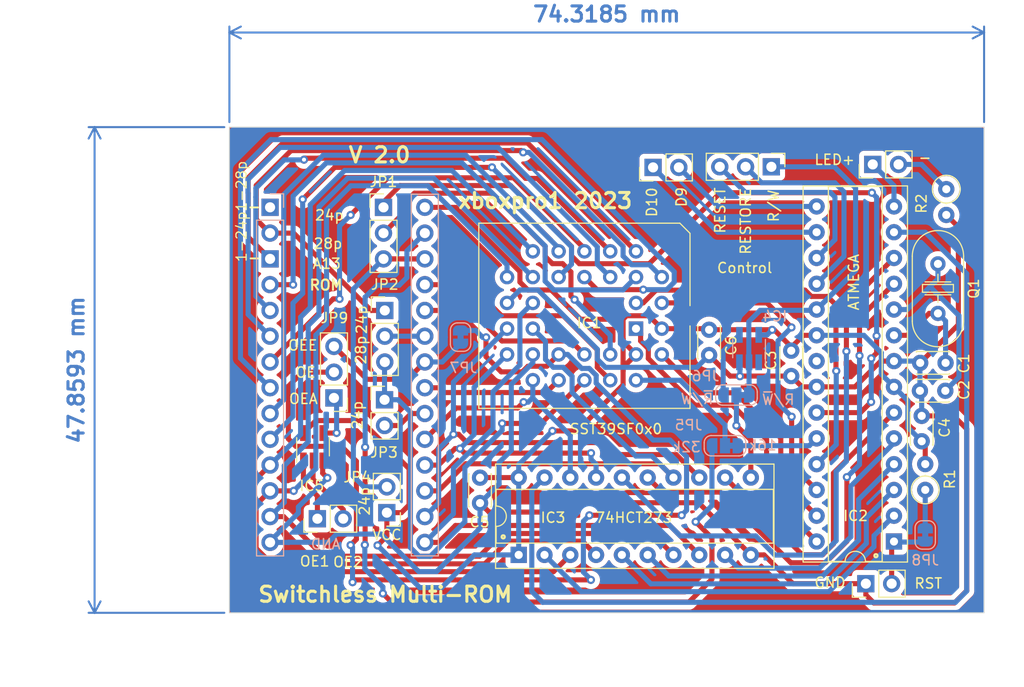
<source format=kicad_pcb>
(kicad_pcb (version 20221018) (generator pcbnew)
  (layers (0 "F.Cu" signal) (31 "B.Cu" signal) (34 "B.Paste" user) (35 "F.Paste" user) (36 "B.SilkS" user "B.Silkscreen") (37 "F.SilkS" user "F.Silkscreen") (38 "B.Mask" user) (39 "F.Mask" user) (44 "Edge.Cuts" user))
  (net 0 "")
  (net 1 "RESET")
  (net 2 "RESTORE")
  (net 3 "RW")
  (net 4 "A18")
  (net 5 "A16")
  (net 6 "A15")
  (net 7 "A12")
  (net 8 "/A7")
  (net 9 "GND")
  (net 10 "/D0")
  (net 11 "/D1")
  (net 12 "/D2")
  (net 13 "/D3")
  (net 14 "/D4")
  (net 15 "/D5")
  (net 16 "/D6")
  (net 17 "/D7")
  (net 18 "VCC")
  (net 19 "/A6")
  (net 20 "/A5")
  (net 21 "/A4")
  (net 22 "/A3")
  (net 23 "/A2")
  (net 24 "/A1")
  (net 25 "/A0")
  (net 26 "/A10")
  (net 27 "OE")
  (net 28 "A11")
  (net 29 "/A9")
  (net 30 "/A8")
  (net 31 "A13")
  (net 32 "A14")
  (net 33 "A17")
  (net 34 "RST")
  (net 35 "LED")
  (net 36 "A11_2364")
  (net 37 "A11_A12")
  (net 38 "A13_VCC")
  (net 39 "A14_27256")
  (net 40 "A13_Select")
  (net 41 "A14_Select")
  (net 42 "/Q0")
  (net 43 "/Q1")
  (net 44 "/Q2")
  (net 45 "/Q3")
  (net 46 "/Q4")
  (net 47 "/Q5")
  (net 48 "/Q6")
  (net 49 "/Q7")
  (net 50 "X1")
  (net 51 "X2")
  (net 52 "OEE")
  (net 53 "RWB")
  (net 54 "RWI")
  (net 55 "VPP")
  (net 56 "And1")
  (net 57 "And2")
  (net 58 "OEA")
  (net 59 "JRST")
  (footprint "Capacitor_THT:C_Disc_D3.0mm_W2.0mm_P2.50mm" (layer "F.Cu") (at 142.5956 113.4672 90)
    (fp_text reference "C5")
    (fp_text value "100" hide)
  )
  (footprint "Capacitor_THT:C_Disc_D3.0mm_W2.0mm_P2.50mm" (layer "F.Cu") (at 165.1531 98.8882 90)
    (fp_text reference "C6")
    (fp_text value "100" hide)
  )
  (footprint "Capacitor_THT:C_Disc_D3.0mm_W2.0mm_P2.50mm" (layer "F.Cu") (at 173.2381 98.4532 -90)
    (fp_text reference "C3")
    (fp_text value "100" hide)
  )
  (footprint "PCM_Crystal_AKL:Crystal_HC49-4H_Vertical" (layer "F.Cu") (at 187.6881 89.8982 -90)
    (fp_text reference "Q1")
    (fp_text value "20MHz" hide)
  )
  (footprint "Connector_PinHeader_2.54mm:PinHeader_1x02_P2.54mm_Vertical" (layer "F.Cu") (at 126.58 115.01 90)
    (fp_text reference "AND")
    (fp_text value "PinHeader_1x02_P2.54mm_Vertical" hide)
  )
  (footprint "Connector_PinHeader_2.54mm:PinHeader_1x03_P2.54mm_Vertical" (layer "F.Cu") (at 128.21 103.11 180)
    (fp_text reference "JP9")
    (fp_text value "PinHeader_1x03_P2.54mm_Vertical" hide)
  )
  (footprint "Package_LCC:PLCC-32_THT-Socket" (layer "F.Cu") (at 157.9531 96.2832 -90)
    (fp_text reference "IC1")
    (fp_text value "PLCC-32_THT-Socket" hide)
  )
  (footprint "Connector_PinHeader_2.54mm:PinHeader_1x02_P2.54mm_Vertical" (layer "F.Cu") (at 180.589 121.412 90)
    (fp_text reference "RSTC" hide)
    (fp_text value "PinHeader_1x02_P2.54mm_Vertical" hide)
  )
  (footprint "Connector_PinHeader_2.54mm:PinHeader_1x02_P2.54mm_Vertical" (layer "F.Cu") (at 133.42 114.415 180)
    (fp_text reference "JP4")
    (fp_text value "PinHeader_1x02_P2.54mm_Vertical" hide)
  )
  (footprint "Capacitor_THT:C_Disc_D3.0mm_W2.0mm_P2.50mm" (layer "F.Cu") (at 188.4381 99.6532 180)
    (fp_text reference "C1")
    (fp_text value "30p" hide)
  )
  (footprint "Connector_PinHeader_2.54mm:PinHeader_1x02_P2.54mm_Vertical" (layer "F.Cu") (at 133.1911 103.2892)
    (fp_text reference "JP3")
    (fp_text value "PinHeader_1x02_P2.54mm_Vertical" hide)
  )
  (footprint "PCM_Package_DIP_AKL:DIP-20_W7.62mm_Socket" (layer "F.Cu") (at 146.4031 118.5782 90)
    (fp_text reference "IC3")
    (fp_text value "DIP-20_W7.62mm_Socket" hide)
  )
  (footprint "C64:RomAdapter_28_P" (layer "F.Cu") (at 128.268 101.345)
    (fp_text reference "ROM")
    (fp_text value "RomAdapter_28_P" hide)
  )
  (footprint "Capacitor_THT:C_Disc_D3.0mm_W2.0mm_P2.50mm" (layer "F.Cu") (at 188.4131 102.4032 180)
    (fp_text reference "C2")
    (fp_text value "30p" hide)
  )
  (footprint "Capacitor_THT:C_Disc_D3.0mm_W2.0mm_P2.50mm" (layer "F.Cu") (at 186.0881 107.3782 90)
    (fp_text reference "C4")
    (fp_text value "100" hide)
  )
  (footprint "Resistor_THT:R_Axial_DIN0207_L6.3mm_D2.5mm_P2.54mm_Vertical" (layer "F.Cu") (at 186.436 112.17 90)
    (fp_text reference "R1")
    (fp_text value "100k" hide)
  )
  (footprint "Package_TO_SOT_SMD:SOT-23-5_HandSoldering" (layer "F.Cu") (at 126.15 107.92 90)
    (fp_text reference "IC5")
    (fp_text value "SOT-23-5_HandSoldering" hide)
  )
  (footprint "Connector_PinHeader_2.54mm:PinHeader_1x02_P2.54mm_Vertical" (layer "F.Cu") (at 159.634 80.391 90)
    (fp_text reference "PinD" hide)
    (fp_text value "PinHeader_1x02_P2.54mm_Vertical" hide)
  )
  (footprint "Connector_PinHeader_2.54mm:PinHeader_1x03_P2.54mm_Vertical" (layer "F.Cu") (at 133.0891 84.3282)
    (fp_text reference "JP1")
    (fp_text value "PinHeader_1x03_P2.54mm_Vertical" hide)
  )
  (footprint "Connector_PinHeader_2.54mm:PinHeader_1x03_P2.54mm_Vertical" (layer "F.Cu") (at 171.2831 80.3332 -90)
    (fp_text reference "Control")
    (fp_text value "PinHeader_1x03_P2.54mm_Vertical" hide)
  )
  (footprint "Connector_PinHeader_2.54mm:PinHeader_1x03_P2.54mm_Vertical" (layer "F.Cu") (at 133.2161 94.4882)
    (fp_text reference "JP2")
    (fp_text value "PinHeader_1x03_P2.54mm_Vertical" hide)
  )
  (footprint "PCM_Package_DIP_AKL:DIP-28_W7.62mm_Socket" (layer "F.Cu") (at 183.3581 117.2582 180)
    (fp_text reference "IC2")
    (fp_text value "DIP-28_W7.62mm_Socket" hide)
  )
  (footprint "Resistor_THT:R_Axial_DIN0207_L6.3mm_D2.5mm_P2.54mm_Vertical" (layer "F.Cu") (at 188.5091 82.5352 -90)
    (fp_text reference "R2")
    (fp_text value "100k" hide)
  )
  (footprint "Connector_PinHeader_2.54mm:PinHeader_1x02_P2.54mm_Vertical" (layer "F.Cu") (at 181.2681 80.0962 90)
    (fp_text reference "LED+")
    (fp_text value "PinHeader_1x02_P2.54mm_Vertical" hide)
  )
  (footprint "Jumper:SolderJumper-3_P1.3mm_Bridged12_RoundedPad1.0x1.5mm_NumberLabels" (layer "B.Cu") (at 167.8431 102.8232 180)
    (fp_text reference "JP6")
    (fp_text value "SolderJumper-3_P1.3mm_Bridged12_RoundedPad1.0x1.5mm_NumberLabels" hide)
  )
  (footprint "Package_TO_SOT_SMD:SOT-23-5_HandSoldering" (layer "B.Cu") (at 169.0881 98.2482 90)
    (fp_text reference "IC4")
    (fp_text value "SOT-23-5_HandSoldering" hide)
  )
  (footprint "Jumper:SolderJumper-3_P1.3mm_Bridged12_RoundedPad1.0x1.5mm_NumberLabels" (layer "B.Cu") (at 166.72 107.82 180)
    (fp_text reference "JP5")
    (fp_text value "SolderJumper-3_P1.3mm_Bridged12_RoundedPad1.0x1.5mm_NumberLabels" hide)
  )
  (footprint "Jumper:SolderJumper-2_P1.3mm_Bridged_RoundedPad1.0x1.5mm" (layer "B.Cu") (at 186.435 116.61 -90)
    (fp_text reference "JP8")
    (fp_text value "RST" hide)
  )
  (footprint "Jumper:SolderJumper-2_P1.3mm_Bridged_RoundedPad1.0x1.5mm" (layer "B.Cu") (at 140.678 97.112 90)
    (fp_text reference "JP7")
    (fp_text value "RST" hide)
  )
  (gr_rect (start 117.9131 76.4232) (end 192.2316 124.28245) (stroke (width 0.1)) (fill none) (layer "Edge.Cuts"))
  (gr_text "_" (at 170.93 101.97) (layer "B.SilkS") (effects (font (size 1 1)) (justify mirror)))
  (gr_text "R/W" (at 163.96 103.21) (layer "B.SilkS") (effects (font (size 1 1)) (justify mirror)))
  (gr_text "16k" (at 170.44 107.77) (layer "B.SilkS") (effects (font (size 1 1)) (justify mirror)))
  (gr_text "_" (at 165.06 101.86) (layer "B.SilkS") (effects (font (size 1 1)) (justify mirror)))
  (gr_text "R/W" (at 171.96 103.28) (layer "B.SilkS") (effects (font (size 1 1)) (justify mirror)))
  (gr_text "32k" (at 162.944 107.953) (layer "B.SilkS") (effects (font (size 1 1)) (justify mirror)))
  (gr_text "-" (at 119.6381 89.8732) (layer "F.SilkS") (effects (font (size 1 1) (thickness 0.1875)) (justify left bottom)))
  (gr_text "D9" (at 162.433 83.312 90) (layer "F.SilkS") (effects (font (size 1 1))))
  (gr_text "OEA" (at 125.2 103.2) (layer "F.SilkS") (effects (font (size 1 1))))
  (gr_text "1-28p" (at 119.6881 84.8232 90) (layer "F.SilkS") (effects (font (size 1 1) (thickness 0.125)) (justify left bottom)))
  (gr_text "RESTORE" (at 168.7581 85.6832 90) (layer "F.SilkS") (effects (font (size 1 1))))
  (gr_text "R/W" (at 171.5081 84.1832 90) (layer "F.SilkS") (effects (font (size 1 1))))
  (gr_text "V 2.0" (at 129.5051 80.0492) (layer "F.SilkS") (effects (font (size 1.5 1.5) (thickness 0.3) bold) (justify left bottom)))
  (gr_text "Switchless Multi-ROM" (at 120.6 123.35) (layer "F.SilkS") (effects (font (size 1.5 1.5) (thickness 0.3) bold) (justify left bottom)))
  (gr_text "VCC" (at 133.43 116.6) (layer "F.SilkS") (effects (font (size 1 1))))
  (gr_text "-" (at 186.4071 79.4182) (layer "F.SilkS") (effects (font (size 1 1))))
  (gr_text "24p" (at 130.94 95.4 90) (layer "F.SilkS") (effects (font (size 1 1))))
  (gr_text "24p" (at 127.76 85.11) (layer "F.SilkS") (effects (font (size 1 1))))
  (gr_text "A13" (at 127.5 89.88) (layer "F.SilkS") (effects (font (size 1 1))))
  (gr_text "-" (at 119.6131 84.8482) (layer "F.SilkS") (effects (font (size 1 1) (thickness 0.1875)) (justify left bottom)))
  (gr_text "OEE" (at 125.14 97.93) (layer "F.SilkS") (effects (font (size 1 1))))
  (gr_text "1-24p" (at 119.6881 89.7982 90) (layer "F.SilkS") (effects (font (size 1 1) (thickness 0.125)) (justify left bottom)))
  (gr_text "xboxpro1 2023" (at 140.28 84.56) (layer "F.SilkS") (effects (font (size 1.5 1.5) (thickness 0.3) bold) (justify left bottom)))
  (gr_text "D10" (at 159.512 83.82 90) (layer "F.SilkS") (effects (font (size 1 1))))
  (dimension (type aligned) (layer "B.Cu") (pts (xy 117.9131 76.4232) (xy 192.2316 76.4232)) (height -9.325) (gr_text "74,3185 mm" (at 155.07235 65.2982) (layer "B.Cu") (effects (font (size 1.5 1.5) (thickness 0.3)))) (format (prefix "") (suffix "") (units 3) (units_format 1) (precision 4)) (style (thickness 0.2) (arrow_length 1.27) (text_position_mode 0) (extension_height 0.58642) (extension_offset 0.5) keep_text_aligned))
  (dimension (type aligned) (layer "B.Cu") (pts (xy 117.9131 76.4232) (xy 117.9131 124.28245)) (height 13.275) (gr_text "47,8593 mm" (at 102.8381 100.352825 90) (layer "B.Cu") (effects (font (size 1.5 1.5) (thickness 0.3)))) (format (prefix "") (suffix "") (units 3) (units_format 1) (precision 4)) (style (thickness 0.2) (arrow_length 1.27) (text_position_mode 0) (extension_height 0.58642) (extension_offset 0.5) keep_text_aligned))
  (segment (start 166.0212 86.7782) (end 159.634 80.391) (width 0.5) (layer "B.Cu") (net 0))
  (segment (start 166.0212 84.2382) (end 162.174 80.391) (width 0.5) (layer "B.Cu") (net 0))
  (segment (start 175.7381 86.7782) (end 166.0212 86.7782) (width 0.5) (layer "B.Cu") (net 0))
  (segment (start 175.7381 84.2382) (end 166.0212 84.2382) (width 0.5) (layer "B.Cu") (net 0))
  (segment (start 183.8081 80.0962) (end 186.0701 80.0962) (width 0.5) (layer "B.Cu") (net 0))
  (segment (start 186.0701 80.0962) (end 188.5091 82.5352) (width 0.5) (layer "B.Cu") (net 0))
  (segment (start 177.546 83.312) (end 177.0899 82.8559) (width 0.5) (layer "B.Cu") (net 1))
  (segment (start 168.7258 82.8559) (end 166.2031 80.3332) (width 0.5) (layer "B.Cu") (net 1))
  (segment (start 177.546 87.5103) (end 177.546 83.312) (width 0.5) (layer "B.Cu") (net 1))
  (segment (start 175.7381 89.3182) (end 177.546 87.5103) (width 0.5) (layer "B.Cu") (net 1))
  (segment (start 177.0899 82.8559) (end 168.7258 82.8559) (width 0.5) (layer "B.Cu") (net 1))
  (segment (start 170.31595 81.90605) (end 177.53705 81.90605) (width 0.5) (layer "B.Cu") (net 2))
  (segment (start 168.7431 80.3332) (end 170.31595 81.90605) (width 0.5) (layer "B.Cu") (net 2))
  (segment (start 178.435 89.1613) (end 175.7381 91.8582) (width 0.5) (layer "B.Cu") (net 2))
  (segment (start 177.53705 81.90605) (end 178.435 82.804) (width 0.5) (layer "B.Cu") (net 2))
  (segment (start 178.435 82.804) (end 178.435 89.1613) (width 0.5) (layer "B.Cu") (net 2))
  (segment (start 179.578 90.5583) (end 179.578 82.423) (width 0.5) (layer "B.Cu") (net 3))
  (segment (start 175.6631 94.4732) (end 170.1831 94.4732) (width 0.5) (layer "B.Cu") (net 3))
  (segment (start 169.0881 99.5982) (end 169.0881 102.7682) (width 0.5) (layer "B.Cu") (net 3))
  (segment (start 179.578 82.423) (end 177.4882 80.3332) (width 0.5) (layer "B.Cu") (net 3))
  (segment (start 175.7381 94.3982) (end 179.578 90.5583) (width 0.5) (layer "B.Cu") (net 3))
  (segment (start 177.4882 80.3332) (end 171.2831 80.3332) (width 0.5) (layer "B.Cu") (net 3))
  (segment (start 169.0881 102.7682) (end 169.1431 102.8232) (width 0.5) (layer "B.Cu") (net 3))
  (segment (start 169.0631 99.5982) (end 169.0881 99.5982) (width 0.5) (layer "B.Cu") (net 3))
  (segment (start 170.1831 94.4732) (end 169.0631 95.5932) (width 0.5) (layer "B.Cu") (net 3))
  (segment (start 169.0631 95.5932) (end 169.0631 99.5982) (width 0.5) (layer "B.Cu") (net 3))
  (segment (start 178.5593 91.577) (end 175.6631 94.4732) (width 0.5) (layer "B.Cu") (net 3))
  (segment (start 158.4081 97.4963) (end 159.1662 98.2544) (width 0.5) (layer "F.Cu") (net 4))
  (segment (start 159.1662 99.223) (end 163.75975 103.81655) (width 0.5) (layer "F.Cu") (net 4))
  (segment (start 159.1662 98.2544) (end 159.1662 99.223) (width 0.5) (layer "F.Cu") (net 4))
  (segment (start 163.75975 103.81655) (end 167.44355 103.81655) (width 0.5) (layer "F.Cu") (net 4))
  (segment (start 167.44355 103.81655) (end 170.815 107.188) (width 0.5) (layer "F.Cu") (net 4))
  (segment (start 170.815 112.3351) (end 175.7381 117.2582) (width 0.5) (layer "F.Cu") (net 4))
  (segment (start 158.4081 96.7382) (end 158.4081 97.4963) (width 0.5) (layer "F.Cu") (net 4))
  (segment (start 157.9531 96.2832) (end 158.4081 96.7382) (width 0.5) (layer "F.Cu") (net 4))
  (segment (start 170.815 107.188) (end 170.815 112.3351) (width 0.5) (layer "F.Cu") (net 4))
  (segment (start 173.28 104.96) (end 173.28 109.7201) (width 0.5) (layer "F.Cu") (net 5))
  (segment (start 170.846 93.7432) (end 173.2622 96.1594) (width 0.5) (layer "F.Cu") (net 5))
  (segment (start 173.28 109.7201) (end 175.7381 112.1782) (width 0.5) (layer "F.Cu") (net 5))
  (segment (start 160.4931 93.7432) (end 170.846 93.7432) (width 0.5) (layer "F.Cu") (net 5))
  (via (at 173.2622 96.1594) (size 0.8) (drill 0.4) (layers "F.Cu" "B.Cu") (net 5))
  (via (at 173.28 104.96) (size 0.8) (drill 0.4) (layers "F.Cu" "B.Cu") (net 5))
  (segment (start 171.9362 103.6162) (end 173.28 104.96) (width 0.5) (layer "B.Cu") (net 5))
  (segment (start 171.9362 103.6102) (end 171.9362 103.6162) (width 0.5) (layer "B.Cu") (net 5))
  (segment (start 173.2622 96.1594) (end 171.9362 97.4854) (width 0.5) (layer "B.Cu") (net 5))
  (segment (start 171.9362 97.4854) (end 171.9362 103.6102) (width 0.5) (layer "B.Cu") (net 5))
  (segment (start 177.546 93.853) (end 177.6452 93.9522) (width 0.5) (layer "F.Cu") (net 6))
  (segment (start 174.601033 92.4889) (end 175.220333 93.1082) (width 0.5) (layer "F.Cu") (net 6))
  (segment (start 157.9531 93.7432) (end 158.6663 93.7432) (width 0.5) (layer "F.Cu") (net 6))
  (segment (start 158.6663 93.7432) (end 159.9206 92.4889) (width 0.5) (layer "F.Cu") (net 6))
  (segment (start 177.6452 93.9522) (end 177.6452 100.4292) (width 0.5) (layer "F.Cu") (net 6))
  (segment (start 168.7255 92.4889) (end 174.601033 92.4889) (width 0.5) (layer "F.Cu") (net 6))
  (segment (start 177.6452 100.4292) (end 177.673 100.457) (width 0.5) (layer "F.Cu") (net 6))
  (segment (start 176.8012 93.1082) (end 177.546 93.853) (width 0.5) (layer "F.Cu") (net 6))
  (segment (start 159.9206 92.4889) (end 168.7255 92.4889) (width 0.5) (layer "F.Cu") (net 6))
  (segment (start 175.220333 93.1082) (end 176.8012 93.1082) (width 0.5) (layer "F.Cu") (net 6))
  (via (at 177.673 100.457) (size 0.8) (drill 0.4) (layers "F.Cu" "B.Cu") (net 6))
  (segment (start 177.673 100.457) (end 177.673 107.7033) (width 0.5) (layer "B.Cu") (net 6))
  (segment (start 177.673 107.7033) (end 175.7381 109.6382) (width 0.5) (layer "B.Cu") (net 6))
  (segment (start 124.2442 86.8682) (end 131.8642 94.4882) (width 0.5) (layer "F.Cu") (net 7))
  (segment (start 146.8413 78.9085) (end 146.6658 78.733) (width 0.5) (layer "F.Cu") (net 7))
  (segment (start 123.9882 78.733) (end 120.5612 82.16) (width 0.5) (layer "F.Cu") (net 7))
  (segment (start 120.5612 82.16) (end 120.5612 85.5163) (width 0.5) (layer "F.Cu") (net 7))
  (segment (start 120.5612 85.5163) (end 121.9131 86.8682) (width 0.5) (layer "F.Cu") (net 7))
  (segment (start 121.9131 86.8682) (end 124.2442 86.8682) (width 0.5) (layer "F.Cu") (net 7))
  (segment (start 131.8642 94.4882) (end 133.2161 94.4882) (width 0.5) (layer "F.Cu") (net 7))
  (segment (start 146.6658 78.733) (end 123.9882 78.733) (width 0.5) (layer "F.Cu") (net 7))
  (via (at 146.8413 78.9085) (size 0.8) (drill 0.4) (layers "F.Cu" "B.Cu") (net 7))
  (segment (start 156.6831 88.1717) (end 156.6831 89.1237) (width 0.5) (layer "B.Cu") (net 7))
  (segment (start 159.28 89.9901) (end 160.4931 91.2032) (width 0.5) (layer "B.Cu") (net 7))
  (segment (start 146.8413 78.9085) (end 147.4199 78.9085) (width 0.5) (layer "B.Cu") (net 7))
  (segment (start 147.4199 78.9085) (end 156.6831 88.1717) (width 0.5) (layer "B.Cu") (net 7))
  (segment (start 156.6831 89.1237) (end 157.5495 89.9901) (width 0.5) (layer "B.Cu") (net 7))
  (segment (start 157.5495 89.9901) (end 159.28 89.9901) (width 0.5) (layer "B.Cu") (net 7))
  (segment (start 119.7649 87.26) (end 121.9131 89.4082) (width 0.5) (layer "F.Cu") (net 8))
  (segment (start 123.1938 77.9811) (end 119.7649 81.41) (width 0.5) (layer "F.Cu") (net 8))
  (segment (start 147.271 77.9811) (end 123.1938 77.9811) (width 0.5) (layer "F.Cu") (net 8))
  (segment (start 119.7649 81.41) (end 119.7649 87.26) (width 0.5) (layer "F.Cu") (net 8))
  (segment (start 157.9531 88.6632) (end 147.271 77.9811) (width 0.5) (layer "F.Cu") (net 8))
  (segment (start 148.7582 114.356) (end 149.676 113.4382) (width 0.5) (layer "F.Cu") (net 9))
  (segment (start 190.5254 106.172) (end 189.2316 104.8782) (width 0.5) (layer "F.Cu") (net 9))
  (segment (start 174.3031 102.0182) (end 173.2381 100.9532) (width 0.5) (layer "F.Cu") (net 9))
  (segment (start 164.0081 113.4382) (end 164.0131 113.4332) (width 0.5) (layer "F.Cu") (net 9))
  (segment (start 185.9381 99.6532) (end 189.6981 95.8932) (width 0.5) (layer "F.Cu") (net 9))
  (segment (start 175.7381 102.0182) (end 174.3031 102.0182) (width 0.5) (layer "F.Cu") (net 9))
  (segment (start 173.2381 100.9532) (end 168.2081 100.9532) (width 0.5) (layer "F.Cu") (net 9))
  (segment (start 190.5254 122.0978) (end 190.5254 106.172) (width 0.5) (layer "F.Cu") (net 9))
  (segment (start 183.3581 99.4782) (end 182.0562 99.4782) (width 0.5) (layer "F.Cu") (net 9))
  (segment (start 164.0181 113.4382) (end 164.0821 113.4382) (width 0.5) (layer "F.Cu") (net 9))
  (segment (start 170.565 118.5782) (end 172.5249 120.5381) (width 0.5) (layer "F.Cu") (net 9))
  (segment (start 164.1081 113.4382) (end 164.1231 113.4382) (width 0.5) (layer "F.Cu") (net 9))
  (segment (start 164.1231 113.4382) (end 169.2631 118.5782) (width 0.5) (layer "F.Cu") (net 9))
  (segment (start 180.589 122.5246) (end 181.3814 123.317) (width 0.5) (layer "F.Cu") (net 9))
  (segment (start 143.4844 114.356) (end 142.5956 113.4672) (width 0.5) (layer "F.Cu") (net 9))
  (segment (start 181.3814 123.317) (end 189.3062 123.317) (width 0.5) (layer "F.Cu") (net 9))
  (segment (start 172.5249 120.5381) (end 172.5319 120.5381) (width 0.5) (layer "F.Cu") (net 9))
  (segment (start 164.0131 113.4332) (end 164.0181 113.4382) (width 0.5) (layer "F.Cu") (net 9))
  (segment (start 189.2316 104.8782) (end 186.0881 104.8782) (width 0.5) (layer "F.Cu") (net 9))
  (segment (start 144.0709 114.356) (end 143.4844 114.356) (width 0.5) (layer "F.Cu") (net 9))
  (segment (start 127.1 109.27) (end 127.1 110.53) (width 0.5) (layer "F.Cu") (net 9))
  (segment (start 168.1681 100.9532) (end 167.2181 100.9532) (width 0.5) (layer "F.Cu") (net 9))
  (segment (start 180.589 121.412) (end 173.4058 121.412) (width 0.5) (layer "F.Cu") (net 9))
  (segment (start 144.0709 114.356) (end 148.7582 114.356) (width 0.5) (layer "F.Cu") (net 9))
  (segment (start 173.4058 121.412) (end 173.0502 121.0564) (width 0.5) (layer "F.Cu") (net 9))
  (segment (start 175.7381 102.0182) (end 177.04 102.0182) (width 0.5) (layer "F.Cu") (net 9))
  (segment (start 164.0821 113.4382) (end 164.0951 113.4252) (width 0.5) (layer "F.Cu") (net 9))
  (segment (start 168.2081 100.9532) (end 168.1881 100.9732) (width 0.5) (layer "F.Cu") (net 9))
  (segment (start 189.6981 95.8932) (end 189.6981 86.2642) (width 0.5) (layer "F.Cu") (net 9))
  (segment (start 180.589 121.412) (end 180.589 122.5246) (width 0.5) (layer "F.Cu") (net 9))
  (segment (start 182.0562 99.4782) (end 179.5162 102.0182) (width 0.5) (layer "F.Cu") (net 9))
  (segment (start 179.5162 102.0182) (end 177.04 102.0182) (width 0.5) (layer "F.Cu") (net 9))
  (segment (start 149.676 113.4382) (end 164.0081 113.4382) (width 0.5) (layer "F.Cu") (net 9))
  (segment (start 169.2631 118.5782) (end 170.565 118.5782) (width 0.5) (layer "F.Cu") (net 9))
  (segment (start 127.1 110.53) (end 127.56 110.99) (width 0.5) (layer "F.Cu") (net 9))
  (segment (start 172.5319 120.5381) (end 173.0502 121.0564) (width 0.5) (layer "F.Cu") (net 9))
  (segment (start 189.6981 86.2642) (end 188.5091 85.0752) (width 0.5) (layer "F.Cu") (net 9))
  (segment (start 167.2181 100.9532) (end 165.1531 98.8882) (width 0.5) (layer "F.Cu") (net 9))
  (segment (start 164.0951 113.4252) (end 164.1081 113.4382) (width 0.5) (layer "F.Cu") (net 9))
  (segment (start 189.3062 123.317) (end 190.5254 122.0978) (width 0.5) (layer "F.Cu") (net 9))
  (segment (start 168.1881 100.9732) (end 168.1681 100.9532) (width 0.5) (layer "F.Cu") (net 9))
  (via (at 127.56 110.99) (size 0.8) (drill 0.4) (layers "F.Cu" "B.Cu") (net 9))
  (via (at 168.1881 100.9732) (size 0.8) (drill 0.4) (layers "F.Cu" "B.Cu") (net 9))
  (segment (start 146.5231 92.4732) (end 148.3069 92.4732) (width 0.5) (layer "B.Cu") (net 9))
  (segment (start 185.9131 99.6532) (end 185.9381 99.6532) (width 0.5) (layer "B.Cu") (net 9))
  (segment (start 121.9131 117.3482) (end 123.7581 117.3482) (width 0.5) (layer "B.Cu") (net 9))
  (segment (start 163.9481 100.0932) (end 165.1531 98.8882) (width 0.5) (layer "B.Cu") (net 9))
  (segment (start 145.6733 101.7675) (end 147.7931 99.6477) (width 0.5) (layer "B.Cu") (net 9))
  (segment (start 127.6631 117.3332) (end 128.47345 116.52285) (width 0.5) (layer "B.Cu") (net 9))
  (segment (start 145.2531 93.7432) (end 146.5231 92.4732) (width 0.5) (layer "B.Cu") (net 9))
  (segment (start 154.1431 99.2969) (end 154.9394 100.0932) (width 0.5) (layer "B.Cu") (net 9))
  (segment (start 132.86035 116.52285) (end 136.56 120.2225) (width 0.5) (layer "B.Cu") (net 9))
  (segment (start 148.3069 92.4732) (end 154.1431 98.3094) (width 0.5) (layer "B.Cu") (net 9))
  (segment (start 154.9394 100.0932) (end 163.9481 100.0932) (width 0.5) (layer "B.Cu") (net 9))
  (segment (start 142.5956 115.9443) (end 142.5956 113.4672) (width 0.5) (layer "B.Cu") (net 9))
  (segment (start 144.4752 109.474) (end 145.6733 108.2759) (width 0.5) (layer "B.Cu") (net 9))
  (segment (start 121.918 117.232) (end 124.71 114.44) (width 0.5) (layer "B.Cu") (net 9))
  (segment (start 186.0881 104.8782) (end 186.0881 102.5782) (width 0.5) (layer "B.Cu") (net 9))
  (segment (start 127.56 110.99) (end 124.71 113.84) (width 0.5) (layer "B.Cu") (net 9))
  (segment (start 168.1881 100.9732) (end 168.1881 99.6482) (width 0.5) (layer "B.Cu") (net 9))
  (segment (start 123.7731 117.3332) (end 127.6631 117.3332) (width 0.5) (layer "B.Cu") (net 9))
  (segment (start 138.3174 120.2225) (end 142.5956 115.9443) (width 0.5) (layer "B.Cu") (net 9))
  (segment (start 145.6733 108.2759) (end 145.6733 101.7675) (width 0.5) (layer "B.Cu") (net 9))
  (segment (start 144.4552 111.6076) (end 144.4752 111.6076) (width 0.5) (layer "B.Cu") (net 9))
  (segment (start 136.56 120.2225) (end 138.3174 120.2225) (width 0.5) (layer "B.Cu") (net 9))
  (segment (start 147.7931 99.6477) (end 147.7931 98.8232) (width 0.5) (layer "B.Cu") (net 9))
  (segment (start 144.4752 111.6076) (end 144.4752 109.474) (width 0.5) (layer "B.Cu") (net 9))
  (segment (start 168.1881 99.6482) (end 168.1381 99.5982) (width 0.5) (layer "B.Cu") (net 9))
  (segment (start 185.7381 99.4782) (end 185.9131 99.6532) (width 0.5) (layer "B.Cu") (net 9))
  (segment (start 154.1431 98.3094) (end 154.1431 99.2969) (width 0.5) (layer "B.Cu") (net 9))
  (segment (start 186.0881 102.5782) (end 185.9131 102.4032) (width 0.5) (layer "B.Cu") (net 9))
  (segment (start 121.918 117.345) (end 121.918 117.232) (width 0.5) (layer "B.Cu") (net 9))
  (segment (start 185.9131 99.6532) (end 185.9131 102.4032) (width 0.5) (layer "B.Cu") (net 9))
  (segment (start 183.3581 99.4782) (end 185.7381 99.4782) (width 0.5) (layer "B.Cu") (net 9))
  (segment (start 123.7581 117.3482) (end 123.7731 117.3332) (width 0.5) (layer "B.Cu") (net 9))
  (segment (start 142.5956 113.4672) (end 144.4552 111.6076) (width 0.5) (layer "B.Cu") (net 9))
  (segment (start 124.71 114.44) (end 124.71 113.84) (width 0.5) (layer "B.Cu") (net 9))
  (segment (start 128.47345 116.52285) (end 132.86035 116.52285) (width 0.5) (layer "B.Cu") (net 9))
  (segment (start 149.8289 120.2324) (end 151.4831 118.5782) (width 0.5) (layer "F.Cu") (net 10))
  (segment (start 119.7829 118.2833) (end 121.732 120.2324) (width 0.5) (layer "F.Cu") (net 10))
  (segment (start 121.9131 109.7282) (end 119.7829 111.8584) (width 0.5) (layer "F.Cu") (net 10))
  (segment (start 119.7829 111.8584) (end 119.7829 118.2833) (width 0.5) (layer "F.Cu") (net 10))
  (segment (start 121.732 120.2324) (end 149.8289 120.2324) (width 0.5) (layer "F.Cu") (net 10))
  (segment (start 121.9131 109.7282) (end 124.9243 106.717) (width 0.5) (layer "B.Cu") (net 10))
  (segment (start 125.8796 94.1864) (end 125.8796 84.0723) (width 0.5) (layer "B.Cu") (net 10))
  (segment (start 125.8796 84.0723) (end 129.2564 80.6955) (width 0.5) (layer "B.Cu") (net 10))
  (segment (start 129.2564 80.6955) (end 139.8254 80.6955) (width 0.5) (layer "B.Cu") (net 10))
  (segment (start 124.9243 106.717) (end 124.9243 95.1417) (width 0.5) (layer "B.Cu") (net 10))
  (segment (start 124.9243 95.1417) (end 125.8796 94.1864) (width 0.5) (layer "B.Cu") (net 10))
  (segment (start 139.8254 80.6955) (end 147.7931 88.6632) (width 0.5) (layer "B.Cu") (net 10))
  (segment (start 123.265 112.2682) (end 124.245 112.2682) (width 0.5) (layer "F.Cu") (net 11))
  (segment (start 120.5409 113.6404) (end 121.9131 112.2682) (width 0.5) (layer "F.Cu") (net 11))
  (segment (start 154.0231 118.5782) (end 152.6655 117.2206) (width 0.5) (layer "F.Cu") (net 11))
  (segment (start 145.3085 117.2206) (end 143.0687 119.4604) (width 0.5) (layer "F.Cu") (net 11))
  (segment (start 122.0793 119.4604) (end 120.5409 117.922) (width 0.5) (layer "F.Cu") (net 11))
  (segment (start 143.0687 119.4604) (end 122.0793 119.4604) (width 0.5) (layer "F.Cu") (net 11))
  (segment (start 121.9131 112.2682) (end 123.265 112.2682) (width 0.5) (layer "F.Cu") (net 11))
  (segment (start 152.6655 117.2206) (end 145.3085 117.2206) (width 0.5) (layer "F.Cu") (net 11))
  (segment (start 120.5409 117.922) (end 120.5409 113.6404) (width 0.5) (layer "F.Cu") (net 11))
  (via (at 124.245 112.2682) (size 0.8) (drill 0.4) (layers "F.Cu" "B.Cu") (net 11))
  (segment (start 127.4819 95.86) (end 127.4819 84.5968) (width 0.5) (layer "B.Cu") (net 11))
  (segment (start 124.245 112.2682) (end 126.4281 110.0851) (width 0.5) (layer "B.Cu") (net 11))
  (segment (start 129.8764 82.2023) (end 137.4581 82.2023) (width 0.5) (layer "B.Cu") (net 11))
  (segment (start 126.4281 96.9138) (end 127.4819 95.86) (width 0.5) (layer "B.Cu") (net 11))
  (segment (start 126.4281 110.0851) (end 126.4281 96.9138) (width 0.5) (layer "B.Cu") (net 11))
  (segment (start 145.2531 89.9973) (end 145.2531 91.2032) (width 0.5) (layer "B.Cu") (net 11))
  (segment (start 127.4819 84.5968) (end 129.8764 82.2023) (width 0.5) (layer "B.Cu") (net 11))
  (segment (start 137.4581 82.2023) (end 145.2531 89.9973) (width 0.5) (layer "B.Cu") (net 11))
  (segment (start 161.6431 118.5782) (end 159.5336 116.4687) (width 0.5) (layer "F.Cu") (net 12))
  (segment (start 144.7849 116.4687) (end 142.5466 118.707) (width 0.5) (layer "F.Cu") (net 12))
  (segment (start 121.9131 114.8082) (end 123.265 114.8082) (width 0.5) (layer "F.Cu") (net 12))
  (segment (start 127.1638 118.707) (end 123.265 114.8082) (width 0.5) (layer "F.Cu") (net 12))
  (segment (start 159.5336 116.4687) (end 144.7849 116.4687) (width 0.5) (layer "F.Cu") (net 12))
  (segment (start 142.5466 118.707) (end 127.1638 118.707) (width 0.5) (layer "F.Cu") (net 12))
  (segment (start 125.6762 107.4269) (end 125.6762 95.9737) (width 0.5) (layer "B.Cu") (net 12))
  (segment (start 123.3208 113.4005) (end 123.3208 109.7823) (width 0.5) (layer "B.Cu") (net 12))
  (segment (start 126.7299 94.92) (end 126.7299 84.2854) (width 0.5) (layer "B.Cu") (net 12))
  (segment (start 138.0403 81.4504) (end 147.7931 91.2032) (width 0.5) (layer "B.Cu") (net 12))
  (segment (start 123.3208 109.7823) (end 125.6762 107.4269) (width 0.5) (layer "B.Cu") (net 12))
  (segment (start 125.6762 95.9737) (end 126.7299 94.92) (width 0.5) (layer "B.Cu") (net 12))
  (segment (start 129.5649 81.4504) (end 138.0403 81.4504) (width 0.5) (layer "B.Cu") (net 12))
  (segment (start 126.7299 84.2854) (end 129.5649 81.4504) (width 0.5) (layer "B.Cu") (net 12))
  (segment (start 121.9131 114.8082) (end 123.3208 113.4005) (width 0.5) (layer "B.Cu") (net 12))
  (segment (start 138.505 117.3482) (end 140.1751 115.6781) (width 0.5) (layer "F.Cu") (net 13))
  (segment (start 138.505 117.3482) (end 137.1531 117.3482) (width 0.5) (layer "F.Cu") (net 13))
  (segment (start 161.283 115.6781) (end 164.1831 118.5782) (width 0.5) (layer "F.Cu") (net 13))
  (segment (start 140.1751 115.6781) (end 161.283 115.6781) (width 0.5) (layer "F.Cu") (net 13))
  (segment (start 139.9723 110.0279) (end 139.9723 114.529) (width 0.5) (layer "B.Cu") (net 13))
  (segment (start 139.9723 114.529) (end 137.1531 117.3482) (width 0.5) (layer "B.Cu") (net 13))
  (segment (start 147.7931 93.7432) (end 146.5231 95.0132) (width 0.5) (layer "B.Cu") (net 13))
  (segment (start 146.5231 95.0132) (end 146.5231 99.8542) (width 0.5) (layer "B.Cu") (net 13))
  (segment (start 143.8694 106.1308) (end 139.9723 110.0279) (width 0.5) (layer "B.Cu") (net 13))
  (segment (start 146.5231 99.8542) (end 143.8694 102.5079) (width 0.5) (layer "B.Cu") (net 13))
  (segment (start 143.8694 102.5079) (end 143.8694 106.1308) (width 0.5) (layer "B.Cu") (net 13))
  (segment (start 164.1831 110.9582) (end 161.9156 108.6907) (width 0.5) (layer "F.Cu") (net 14))
  (segment (start 154.7931 107.5125) (end 141.3099 107.5125) (width 0.5) (layer "F.Cu") (net 14))
  (segment (start 141.3099 107.5125) (end 140.4893 106.6919) (width 0.5) (layer "F.Cu") (net 14))
  (segment (start 140.4893 106.6919) (end 139.9732 106.6919) (width 0.5) (layer "F.Cu") (net 14))
  (segment (start 155.9713 108.6907) (end 161.9156 108.6907) (width 0.5) (layer "F.Cu") (net 14))
  (segment (start 154.7931 107.5125) (end 155.9713 108.6907) (width 0.5) (layer "F.Cu") (net 14))
  (via (at 139.9732 106.6919) (size 0.8) (drill 0.4) (layers "F.Cu" "B.Cu") (net 14))
  (segment (start 145.2531 96.2832) (end 139.9732 101.5631) (width 0.5) (layer "B.Cu") (net 14))
  (segment (start 139.9732 101.5631) (end 139.9732 106.6919) (width 0.5) (layer "B.Cu") (net 14))
  (segment (start 138.521 108.1441) (end 138.521 113.4403) (width 0.5) (layer "B.Cu") (net 14))
  (segment (start 139.9732 106.6919) (end 138.521 108.1441) (width 0.5) (layer "B.Cu") (net 14))
  (segment (start 138.521 113.4403) (end 137.1531 114.8082) (width 0.5) (layer "B.Cu") (net 14))
  (segment (start 138.505 112.2682) (end 141.174 109.5992) (width 0.5) (layer "F.Cu") (net 15))
  (segment (start 160.2841 109.5992) (end 161.6431 110.9582) (width 0.5) (layer "F.Cu") (net 15))
  (segment (start 137.1531 112.2682) (end 138.505 112.2682) (width 0.5) (layer "F.Cu") (net 15))
  (segment (start 141.174 109.5992) (end 160.2841 109.5992) (width 0.5) (layer "F.Cu") (net 15))
  (segment (start 151.66 102.56) (end 151.66 100.9656) (width 0.5) (layer "B.Cu") (net 15))
  (segment (start 149.0412 97.5313) (end 147.7931 96.2832) (width 0.5) (layer "B.Cu") (net 15))
  (segment (start 159.5181 108.8332) (end 161.6431 110.9582) (width 0.5) (layer "B.Cu") (net 15))
  (segment (start 157.9332 108.8332) (end 151.66 102.56) (width 0.5) (layer "B.Cu") (net 15))
  (segment (start 150.7853 100.0909) (end 149.817 100.0909) (width 0.5) (layer "B.Cu") (net 15))
  (segment (start 151.66 100.9656) (end 150.7853 100.0909) (width 0.5) (layer "B.Cu") (net 15))
  (segment (start 149.817 100.0909) (end 149.0412 99.3151) (width 0.5) (layer "B.Cu") (net 15))
  (segment (start 149.0412 99.3151) (end 149.0412 97.5313) (width 0.5) (layer "B.Cu") (net 15))
  (segment (start 159.5181 108.8332) (end 157.9332 108.8332) (width 0.5) (layer "B.Cu") (net 15))
  (segment (start 153.5239 108.5461) (end 141.068 108.5461) (width 0.5) (layer "F.Cu") (net 16))
  (segment (start 137.1531 109.7282) (end 138.505 109.7282) (width 0.5) (layer "F.Cu") (net 16))
  (segment (start 140.1318 108.1014) (end 140.6233 108.1014) (width 0.5) (layer "F.Cu") (net 16))
  (segment (start 141.068 108.5461) (end 140.6233 108.1014) (width 0.5) (layer "F.Cu") (net 16))
  (segment (start 138.505 109.7282) (end 140.1318 108.1014) (width 0.5) (layer "F.Cu") (net 16))
  (via (at 153.5239 108.5461) (size 0.8) (drill 0.4) (layers "F.Cu" "B.Cu") (net 16))
  (via (at 140.6233 108.1014) (size 0.8) (drill 0.4) (layers "F.Cu" "B.Cu") (net 16))
  (segment (start 142.0095 106.7152) (end 140.6233 108.1014) (width 0.5) (layer "B.Cu") (net 16))
  (segment (start 142.0095 102.0668) (end 142.0095 106.7152) (width 0.5) (layer "B.Cu") (net 16))
  (segment (start 154.0231 110.9582) (end 154.0231 109.6563) (width 0.5) (layer "B.Cu") (net 16))
  (segment (start 145.2531 98.8232) (end 142.0095 102.0668) (width 0.5) (layer "B.Cu") (net 16))
  (segment (start 154.0231 109.6563) (end 153.5239 109.1571) (width 0.5) (layer "B.Cu") (net 16))
  (segment (start 153.5239 109.1571) (end 153.5239 108.5461) (width 0.5) (layer "B.Cu") (net 16))
  (segment (start 137.1531 107.1882) (end 140.243 104.0983) (width 0.5) (layer "F.Cu") (net 17))
  (segment (start 146.3107 104.0983) (end 146.885 103.524) (width 0.5) (layer "F.Cu") (net 17))
  (segment (start 145.517 104.0983) (end 146.3107 104.0983) (width 0.5) (layer "F.Cu") (net 17))
  (segment (start 140.243 104.0983) (end 145.517 104.0983) (width 0.5) (layer "F.Cu") (net 17))
  (via (at 146.885 103.524) (size 0.8) (drill 0.4) (layers "F.Cu" "B.Cu") (net 17))
  (segment (start 151.4831 106.8077) (end 151.4831 109.6563) (width 0.5) (layer "B.Cu") (net 17))
  (segment (start 146.885 103.524) (end 147.3418 103.524) (width 0.5) (layer "B.Cu") (net 17))
  (segment (start 147.7706 103.0952) (end 151.4831 106.8077) (width 0.5) (layer "B.Cu") (net 17))
  (segment (start 147.7931 101.3632) (end 147.7931 103.0727) (width 0.5) (layer "B.Cu") (net 17))
  (segment (start 151.4831 110.9582) (end 151.4831 109.6563) (width 0.5) (layer "B.Cu") (net 17))
  (segment (start 147.7931 103.0727) (end 147.7706 103.0952) (width 0.5) (layer "B.Cu") (net 17))
  (segment (start 147.3418 103.524) (end 147.7706 103.0952) (width 0.5) (layer "B.Cu") (net 17))
  (segment (start 159.2231 95.0132) (end 160.4931 96.2832) (width 0.5) (layer "F.Cu") (net 18))
  (segment (start 156.6831 97.282) (end 156.6831 95.3527) (width 0.5) (layer "F.Cu") (net 18))
  (segment (start 156.6831 100.0932) (end 156.6831 100.457) (width 0.5) (layer "F.Cu") (net 18))
  (segment (start 147.3063 92.4732) (end 146.5231 91.69) (width 0.5) (layer "F.Cu") (net 18))
  (segment (start 133.42 116.72) (end 132.5 117.64) (width 0.5) (layer "F.Cu") (net 18))
  (segment (start 137.1531 84.3282) (end 138.505 84.3282) (width 0.5) (layer "F.Cu") (net 18))
  (segment (start 171.5549 96.3882) (end 173.2381 98.0714) (width 0.5) (layer "F.Cu") (net 18))
  (segment (start 165.1531 96.3882) (end 171.3531 96.3882) (width 0.5) (layer "F.Cu") (net 18))
  (segment (start 146.5231 91.69) (end 146.5231 90.6637) (width 0.5) (layer "F.Cu") (net 18))
  (segment (start 152.4858 95.3527) (end 149.6063 92.4732) (width 0.5) (layer "F.Cu") (net 18))
  (segment (start 175.7381 96.9382) (end 174.4362 96.9382) (width 0.5) (layer "F.Cu") (net 18))
  (segment (start 131.28 105.756578) (end 135.61 110.086578) (width 0.5) (layer "F.Cu") (net 18))
  (segment (start 156.6831 100.457) (end 156.6831 99.695) (width 0.5) (layer "F.Cu") (net 18))
  (segment (start 149.6063 92.4732) (end 147.3063 92.4732) (width 0.5) (layer "F.Cu") (net 18))
  (segment (start 125.2 106.57) (end 126.43 105.34) (width 0.5) (layer "F.Cu") (net 18))
  (segment (start 130.863422 105.34) (end 131.28 105.756578) (width 0.5) (layer "F.Cu") (net 18))
  (segment (start 157.9531 98.8232) (end 156.6831 100.0932) (width 0.5) (layer "F.Cu") (net 18))
  (segment (start 171.3531 96.3882) (end 171.3631 96.3982) (width 0.5) (layer "F.Cu") (net 18))
  (segment (start 157.0813 99.695) (end 157.9531 98.8232) (width 0.5) (layer "F.Cu") (net 18))
  (segment (start 142.6046 110.9582) (end 142.5956 110.9672) (width 0.5) (layer "F.Cu") (net 18))
  (segment (start 156.6831 99.695) (end 156.6831 97.282) (width 0.5) (layer "F.Cu") (net 18))
  (segment (start 157.9531 98.8232) (end 156.6831 97.5532) (width 0.5) (layer "F.Cu") (net 18))
  (segment (start 173.2381 98.0714) (end 173.303 98.0714) (width 0.5) (layer "F.Cu") (net 18))
  (segment (start 126.43 105.34) (end 130.863422 105.34) (width 0.5) (layer "F.Cu") (net 18))
  (segment (start 173.303 98.0714) (end 174.4362 96.9382) (width 0.5) (layer "F.Cu") (net 18))
  (segment (start 156.6831 101.8223) (end 156.6831 100.457) (width 0.5) (layer "F.Cu") (net 18))
  (segment (start 186.436 109.63) (end 186.436 107.7261) (width 0.5) (layer "F.Cu") (net 18))
  (segment (start 134.845 114.415) (end 133.42 114.415) (width 0.5) (layer "F.Cu") (net 18))
  (segment (start 160.4931 96.2832) (end 165.0481 96.2832) (width 0.5) (layer "F.Cu") (net 18))
  (segment (start 186.436 107.7261) (end 186.0881 107.3782) (width 0.5) (layer "F.Cu") (net 18))
  (segment (start 133.42 114.415) (end 133.42 116.72) (width 0.5) (layer "F.Cu") (net 18))
  (segment (start 156.6831 97.5532) (end 156.6831 97.282) (width 0.5) (layer "F.Cu") (net 18))
  (segment (start 157.0226 95.0132) (end 159.2231 95.0132) (width 0.5) (layer "F.Cu") (net 18))
  (segment (start 156.6831 99.695) (end 157.0813 99.695) (width 0.5) (layer "F.Cu") (net 18))
  (segment (start 171.3631 96.3982) (end 171.3731 96.3882) (width 0.5) (layer "F.Cu") (net 18))
  (segment (start 173.2381 98.4532) (end 173.2381 98.0714) (width 0.5) (layer "F.Cu") (net 18))
  (segment (start 135.61 110.086578) (end 135.61 113.65) (width 0.5) (layer "F.Cu") (net 18))
  (segment (start 152.1448 106.3606) (end 156.6831 101.8223) (width 0.5) (layer "F.Cu") (net 18))
  (segment (start 171.3731 96.3882) (end 171.5549 96.3882) (width 0.5) (layer "F.Cu") (net 18))
  (segment (start 156.6831 95.3527) (end 152.4858 95.3527) (width 0.5) (layer "F.Cu") (net 18))
  (segment (start 165.0481 96.2832) (end 165.1531 96.3882) (width 0.5) (layer "F.Cu") (net 18))
  (segment (start 146.5231 90.6637) (end 140.1876 84.3282) (width 0.5) (layer "F.Cu") (net 18))
  (segment (start 149.7225 106.3606) (end 152.1448 106.3606) (width 0.5) (layer "F.Cu") (net 18))
  (segment (start 135.61 113.65) (end 134.845 114.415) (width 0.5) (layer "F.Cu") (net 18))
  (segment (start 156.6831 95.3527) (end 157.0226 95.0132) (width 0.5) (layer "F.Cu") (net 18))
  (segment (start 140.1876 84.3282) (end 138.505 84.3282) (width 0.5) (layer "F.Cu") (net 18))
  (segment (start 146.4031 110.9582) (end 142.6046 110.9582) (width 0.5) (layer "F.Cu") (net 18))
  (via (at 149.7225 106.3606) (size 0.8) (drill 0.4) (layers "F.Cu" "B.Cu") (net 18))
  (via (at 132.5 117.64) (size 0.8) (drill 0.4) (layers "F.Cu" "B.Cu") (net 18))
  (via (at 171.3631 96.3982) (size 0.8) (drill 0.4) (layers "F.Cu" "B.Cu") (net 18))
  (segment (start 184.7231 103.3832) (end 184.7231 106.0132) (width 0.5) (layer "B.Cu") (net 18))
  (segment (start 182.1081 100.7682) (end 183.3581 102.0182) (width 0.5) (layer "B.Cu") (net 18))
  (segment (start 180.394733 96.9382) (end 182.1081 98.651567) (width 0.5) (layer "B.Cu") (net 18))
  (segment (start 170.0381 96.8982) (end 170.8631 96.8982) (width 0.5) (layer "B.Cu") (net 18))
  (segment (start 183.3581 102.0182) (end 184.7231 103.3832) (width 0.5) (layer "B.Cu") (net 18))
  (segment (start 146.4268 109.6563) (end 149.7225 106.3606) (width 0.5) (layer "B.Cu") (net 18))
  (segment (start 142.0418 118.5782) (end 138.82 121.8) (width 0.5) (layer "B.Cu") (net 18))
  (segment (start 146.4031 118.5782) (end 142.0418 118.5782) (width 0.5) (layer "B.Cu") (net 18))
  (segment (start 138.82 121.8) (end 136.66 121.8) (width 0.5) (layer "B.Cu") (net 18))
  (segment (start 184.7231 106.0132) (end 186.0881 107.3782) (width 0.5) (layer "B.Cu") (net 18))
  (segment (start 146.4031 109.6563) (end 146.4268 109.6563) (width 0.5) (layer "B.Cu") (net 18))
  (segment (start 182.1081 98.651567) (end 182.1081 100.7682) (width 0.5) (layer "B.Cu") (net 18))
  (segment (start 146.4031 110.9582) (end 146.4031 109.6563) (width 0.5) (layer "B.Cu") (net 18))
  (segment (start 175.7381 96.9382) (end 180.394733 96.9382) (width 0.5) (layer "B.Cu") (net 18))
  (segment (start 146.4031 118.5782) (end 146.4031 110.9582) (width 0.5) (layer "B.Cu") (net 18))
  (segment (start 136.66 121.8) (end 132.5 117.64) (width 0.5) (layer "B.Cu") (net 18))
  (segment (start 170.8631 96.8982) (end 171.3631 96.3982) (width 0.5) (layer "B.Cu") (net 18))
  (segment (start 121.9131 91.9482) (end 123.265 91.9482) (width 0.5) (layer "F.Cu") (net 19))
  (segment (start 123.265 91.9482) (end 124.1849 91.9482) (width 0.5) (layer "F.Cu") (net 19))
  (via (at 124.1849 91.9482) (size 0.8) (drill 0.4) (layers "F.Cu" "B.Cu") (net 19))
  (segment (start 156.6933 92.463) (end 149.8611 92.463) (width 0.5) (layer "B.Cu") (net 19))
  (segment (start 149.0062 91.6081) (end 149.0062 88.1391) (width 0.5) (layer "B.Cu") (net 19))
  (segment (start 127.4574 79.9436) (end 124.1849 83.2161) (width 0.5) (layer "B.Cu") (net 19))
  (segment (start 157.9531 91.2032) (end 156.6933 92.463) (width 0.5) (layer "B.Cu") (net 19))
  (segment (start 149.0062 88.1391) (end 140.8107 79.9436) (width 0.5) (layer "B.Cu") (net 19))
  (segment (start 149.8611 92.463) (end 149.0062 91.6081) (width 0.5) (layer "B.Cu") (net 19))
  (segment (start 124.1849 83.2161) (end 124.1849 91.9482) (width 0.5) (layer "B.Cu") (net 19))
  (segment (start 140.8107 79.9436) (end 127.4574 79.9436) (width 0.5) (layer "B.Cu") (net 19))
  (segment (start 148.2211 81.4712) (end 147.0728 81.4712) (width 0.5) (layer "F.Cu") (net 20))
  (segment (start 145.0865 79.4849) (end 126.7 79.4849) (width 0.5) (layer "F.Cu") (net 20))
  (segment (start 155.4131 88.6632) (end 148.2211 81.4712) (width 0.5) (layer "F.Cu") (net 20))
  (segment (start 126.6849 79.5) (end 126.7 79.4849) (width 0.5) (layer "F.Cu") (net 20))
  (segment (start 125.4051 79.4849) (end 125.26 79.63) (width 0.5) (layer "F.Cu") (net 20))
  (segment (start 126.7 79.4849) (end 125.4051 79.4849) (width 0.5) (layer "F.Cu") (net 20))
  (segment (start 147.0728 81.4712) (end 145.0865 79.4849) (width 0.5) (layer "F.Cu") (net 20))
  (via (at 125.26 79.63) (size 0.8) (drill 0.4) (layers "F.Cu" "B.Cu") (net 20))
  (segment (start 123.31 79.65) (end 125.24 79.65) (width 0.5) (layer "B.Cu") (net 20))
  (segment (start 120.5159 93.091) (end 120.5159 83.3124) (width 0.5) (layer "B.Cu") (net 20))
  (segment (start 125.24 79.65) (end 125.26 79.63) (width 0.5) (layer "B.Cu") (net 20))
  (segment (start 120.52 82.44) (end 123.31 79.65) (width 0.5) (layer "B.Cu") (net 20))
  (segment (start 120.5159 83.3124) (end 120.52 83.3083) (width 0.5) (layer "B.Cu") (net 20))
  (segment (start 120.52 83.3083) (end 120.52 82.44) (width 0.5) (layer "B.Cu") (net 20))
  (segment (start 121.9131 94.4882) (end 120.5159 93.091) (width 0.5) (layer "B.Cu") (net 20))
  (segment (start 155.4131 91.2032) (end 154.1431 89.9332) (width 0.5) (layer "B.Cu") (net 21))
  (segment (start 122.91 78.4216) (end 119.74 81.5916) (width 0.5) (layer "B.Cu") (net 21))
  (segment (start 119.74 81.5916) (end 119.74 82.9106) (width 0.5) (layer "B.Cu") (net 21))
  (segment (start 144.3577 78.4216) (end 122.91 78.4216) (width 0.5) (layer "B.Cu") (net 21))
  (segment (start 119.7597 82.9303) (end 119.7597 94.8748) (width 0.5) (layer "B.Cu") (net 21))
  (segment (start 119.74 82.9106) (end 119.7597 82.9303) (width 0.5) (layer "B.Cu") (net 21))
  (segment (start 119.7597 94.8748) (end 121.9131 97.0282) (width 0.5) (layer "B.Cu") (net 21))
  (segment (start 154.1431 89.9332) (end 154.1431 88.207) (width 0.5) (layer "B.Cu") (net 21))
  (segment (start 154.1431 88.207) (end 144.3577 78.4216) (width 0.5) (layer "B.Cu") (net 21))
  (segment (start 129.8558 85.08) (end 131.0275 83.9083) (width 0.5) (layer "F.Cu") (net 22))
  (segment (start 145.8967 81.4151) (end 152.8731 88.3915) (width 0.5) (layer "F.Cu") (net 22))
  (segment (start 131.0275 83.9083) (end 133.5207 81.4151) (width 0.5) (layer "F.Cu") (net 22))
  (segment (start 128.133 93.35) (end 128.76 93.35) (width 0.5) (layer "F.Cu") (net 22))
  (segment (start 133.5207 81.4151) (end 145.8967 81.4151) (width 0.5) (layer "F.Cu") (net 22))
  (segment (start 121.918 99.565) (end 128.133 93.35) (width 0.5) (layer "F.Cu") (net 22))
  (segment (start 152.8731 88.3915) (end 152.8731 88.6632) (width 0.5) (layer "F.Cu") (net 22))
  (segment (start 129.85 85.08) (end 129.8558 85.08) (width 0.5) (layer "F.Cu") (net 22))
  (via (at 128.76 93.35) (size 0.8) (drill 0.4) (layers "F.Cu" "B.Cu") (net 22))
  (via (at 129.85 85.08) (size 0.8) (drill 0.4) (layers "F.Cu" "B.Cu") (net 22))
  (segment (start 128.76 93.35) (end 128.76 86.17) (width 0.5) (layer "B.Cu") (net 22))
  (segment (start 128.76 86.17) (end 129.85 85.08) (width 0.5) (layer "B.Cu") (net 22))
  (segment (start 154.1084 92.4385) (end 152.8731 91.2032) (width 0.5) (layer "F.Cu") (net 23))
  (segment (start 158.6705 92.4385) (end 154.1084 92.4385) (width 0.5) (layer "F.Cu") (net 23))
  (via (at 158.6705 92.4385) (size 0.8) (drill 0.4) (layers "F.Cu" "B.Cu") (net 23))
  (segment (start 161.7191 90.6816) (end 148.689 77.6515) (width 0.5) (layer "B.Cu") (net 23))
  (segment (start 148.689 77.6515) (end 122.002 77.6515) (width 0.5) (layer "B.Cu") (net 23))
  (segment (start 158.6705 92.4385) (end 160.9798 92.4385) (width 0.5) (layer "B.Cu") (net 23))
  (segment (start 119.0035 80.65) (end 119.0035 99.1986) (width 0.5) (layer "B.Cu") (net 23))
  (segment (start 161.7191 91.6992) (end 161.7191 90.6816) (width 0.5) (layer "B.Cu") (net 23))
  (segment (start 122.002 77.6515) (end 119.0035 80.65) (width 0.5) (layer "B.Cu") (net 23))
  (segment (start 160.9798 92.4385) (end 161.7191 91.6992) (width 0.5) (layer "B.Cu") (net 23))
  (segment (start 119.0035 99.1986) (end 121.9131 102.1082) (width 0.5) (layer "B.Cu") (net 23))
  (segment (start 150.3331 88.6632) (end 150.3331 88.3345) (width 0.5) (layer "B.Cu") (net 24))
  (segment (start 141.1903 79.1917) (end 127.1459 79.1917) (width 0.5) (layer "B.Cu") (net 24))
  (segment (start 123.265 83.0726) (end 123.265 103.2963) (width 0.5) (layer "B.Cu") (net 24))
  (segment (start 123.265 103.2963) (end 121.9131 104.6482) (width 0.5) (layer "B.Cu") (net 24))
  (segment (start 150.3331 88.3345) (end 141.1903 79.1917) (width 0.5) (layer "B.Cu") (net 24))
  (segment (start 127.1459 79.1917) (end 123.265 83.0726) (width 0.5) (layer "B.Cu") (net 24))
  (segment (start 125.1345 83.5419) (end 128.2896 80.3868) (width 0.5) (layer "F.Cu") (net 25))
  (segment (start 128.2896 80.3868) (end 143.774 80.3868) (width 0.5) (layer "F.Cu") (net 25))
  (via (at 143.774 80.3868) (size 0.8) (drill 0.4) (layers "F.Cu" "B.Cu") (net 25))
  (via (at 125.1345 83.5419) (size 0.8) (drill 0.4) (layers "F.Cu" "B.Cu") (net 25))
  (segment (start 124.1724 93.7689) (end 125.1277 92.8136) (width 0.5) (layer "B.Cu") (net 25))
  (segment (start 121.9131 107.1882) (end 124.1724 104.9289) (width 0.5) (layer "B.Cu") (net 25))
  (segment (start 151.6029 89.9334) (end 151.6029 88.2157) (width 0.5) (layer "B.Cu") (net 25))
  (segment (start 125.1277 92.8136) (end 125.1277 83.5487) (width 0.5) (layer "B.Cu") (net 25))
  (segment (start 125.1277 83.5487) (end 125.1345 83.5419) (width 0.5) (layer "B.Cu") (net 25))
  (segment (start 150.3331 91.2032) (end 151.6029 89.9334) (width 0.5) (layer "B.Cu") (net 25))
  (segment (start 151.6029 88.2157) (end 143.774 80.3868) (width 0.5) (layer "B.Cu") (net 25))
  (segment (start 124.1724 104.9289) (end 124.1724 93.7689) (width 0.5) (layer "B.Cu") (net 25))
  (segment (start 137.1531 102.1082) (end 138.505 102.1082) (width 0.5) (layer "F.Cu") (net 26))
  (segment (start 138.9742 102.5774) (end 138.505 102.1082) (width 0.5) (layer "F.Cu") (net 26))
  (segment (start 150.3331 101.3632) (end 149.1189 102.5774) (width 0.5) (layer "F.Cu") (net 26))
  (segment (start 149.1189 102.5774) (end 138.9742 102.5774) (width 0.5) (layer "F.Cu") (net 26))
  (segment (start 130.42 109.35) (end 128.95 107.88) (width 0.5) (layer "F.Cu") (net 27))
  (segment (start 144.683 100.54) (end 143.179 99.036) (width 0.5) (layer "F.Cu") (net 27))
  (segment (start 125.11 100.57) (end 128.21 100.57) (width 0.5) (layer "F.Cu") (net 27))
  (segment (start 143.179 99.036) (end 143.179 97.155924) (width 0.5) (layer "F.Cu") (net 27))
  (segment (start 143.179 97.155924) (end 143.194424 97.1405) (width 0.5) (layer "F.Cu") (net 27))
  (segment (start 146.756515 100.54) (end 144.683 100.54) (width 0.5) (layer "F.Cu") (net 27))
  (segment (start 153.51 121.04) (end 130.27 121.04) (width 0.5) (layer "F.Cu") (net 27))
  (segment (start 153.37 114.67) (end 153.36 114.68) (width 0.5) (layer "F.Cu") (net 27))
  (segment (start 130.42 117.04) (end 130.42 109.35) (width 0.5) (layer "F.Cu") (net 27))
  (segment (start 149.1719 99.9844) (end 150.3331 98.8232) (width 0.5) (layer "F.Cu") (net 27))
  (segment (start 147.312115 99.9844) (end 149.1719 99.9844) (width 0.5) (layer "F.Cu") (net 27))
  (segment (start 123.72 101.96) (end 125.11 100.57) (width 0.5) (layer "F.Cu") (net 27))
  (segment (start 146.756515 100.54) (end 147.312115 99.9844) (width 0.5) (layer "F.Cu") (net 27))
  (segment (start 124.46 107.88) (end 123.72 107.14) (width 0.5) (layer "F.Cu") (net 27))
  (segment (start 162.45 114.67) (end 153.37 114.67) (width 0.5) (layer "F.Cu") (net 27))
  (segment (start 123.72 107.14) (end 123.72 101.96) (width 0.5) (layer "F.Cu") (net 27))
  (segment (start 129.85 117.61) (end 130.42 117.04) (width 0.5) (layer "F.Cu") (net 27))
  (segment (start 128.95 107.88) (end 124.46 107.88) (width 0.5) (layer "F.Cu") (net 27))
  (segment (start 130.27 121.04) (end 130.04 121.27) (width 0.5) (layer "F.Cu") (net 27))
  (via (at 153.51 121.04) (size 0.8) (drill 0.4) (layers "F.Cu" "B.Cu") (net 27))
  (via (at 162.45 114.67) (size 0.8) (drill 0.4) (layers "F.Cu" "B.Cu") (net 27))
  (via (at 129.85 117.61) (size 0.8) (drill 0.4) (layers "F.Cu" "B.Cu") (net 27))
  (via (at 153.36 114.68) (size 0.8) (drill 0.4) (layers "F.Cu" "B.Cu") (net 27))
  (via (at 130.04 121.27) (size 0.8) (drill 0.4) (layers "F.Cu" "B.Cu") (net 27))
  (via (at 143.194424 97.1405) (size 0.8) (drill 0.4) (layers "F.Cu" "B.Cu") (net 27))
  (segment (start 142.159 96.462) (end 140.678 96.462) (width 0.5) (layer "B.Cu") (net 27))
  (segment (start 130.04 117.8) (end 129.85 117.61) (width 0.5) (layer "B.Cu") (net 27))
  (segment (start 152.7731 115.2669) (end 152.7731 120.2731) (width 0.5) (layer "B.Cu") (net 27))
  (segment (start 142.8575 97.1405) (end 142.169 96.452) (width 0.5) (layer "B.Cu") (net 27))
  (segment (start 162.9331 108.8931) (end 162.9331 114.1869) (width 0.5) (layer "B.Cu") (net 27))
  (segment (start 143.194424 97.1405) (end 142.8575 97.1405) (width 0.5) (layer "B.Cu") (net 27))
  (segment (start 162.9331 114.1869) (end 162.45 114.67) (width 0.5) (layer "B.Cu") (net 27))
  (segment (start 153.354085 100.202) (end 154.0343 100.882215) (width 0.5) (layer "B.Cu") (net 27))
  (segment (start 154.0343 101.6543) (end 159.64 107.26) (width 0.5) (layer "B.Cu") (net 27))
  (segment (start 152.609715 100.202) (end 153.354085 100.202) (width 0.5) (layer "B.Cu") (net 27))
  (segment (start 154.0343 100.882215) (end 154.0343 101.6543) (width 0.5) (layer "B.Cu") (net 27))
  (segment (start 153.36 114.68) (end 152.7731 115.2669) (width 0.5) (layer "B.Cu") (net 27))
  (segment (start 161.3 107.26) (end 162.9331 108.8931) (width 0.5) (layer "B.Cu") (net 27))
  (segment (start 152.7731 120.2731) (end 153.51 121.01) (width 0.5) (layer "B.Cu") (net 27))
  (segment (start 142.169 96.452) (end 142.159 96.462) (width 0.5) (layer "B.Cu") (net 27))
  (segment (start 150.3331 98.8232) (end 151.230915 98.8232) (width 0.5) (layer "B.Cu") (net 27))
  (segment (start 151.230915 98.8232) (end 152.609715 100.202) (width 0.5) (layer "B.Cu") (net 27))
  (segment (start 159.64 107.26) (end 161.3 107.26) (width 0.5) (layer "B.Cu") (net 27))
  (segment (start 130.04 121.27) (end 130.04 117.8) (width 0.5) (layer "B.Cu") (net 27))
  (segment (start 153.51 121.01) (end 153.51 121.04) (width 0.5) (layer "B.Cu") (net 27))
  (segment (start 152.8731 101.3632) (end 148.6155 105.6208) (width 0.5) (layer "F.Cu") (net 28))
  (segment (start 148.6155 105.6208) (end 144.7713 105.6208) (width 0.5) (layer "F.Cu") (net 28))
  (via (at 144.7713 105.6208) (size 0.8) (drill 0.4) (layers "F.Cu" "B.Cu") (net 28))
  (segment (start 134.5211 103.2862) (end 134.5181 103.2892) (width 0.5) (layer "B.Cu") (net 28))
  (segment (start 135.7385 104.5036) (end 134.5211 103.2862) (width 0.5) (layer "B.Cu") (net 28))
  (segment (start 141.0993 109.9643) (end 141.0993 115.3138) (width 0.5) (layer "B.Cu") (net 28))
  (segment (start 134.5181 103.2892) (end 133.1911 103.2892) (width 0.5) (layer "B.Cu") (net 28))
  (segment (start 133.1911 103.2892) (end 133.1911 99.5932) (width 0.5) (layer "B.Cu") (net 28))
  (segment (start 141.0993 115.3138) (end 137.6944 118.7187) (width 0.5) (layer "B.Cu") (net 28))
  (segment (start 144.7713 106.2923) (end 141.0993 109.9643) (width 0.5) (layer "B.Cu") (net 28))
  (segment (start 135.7385 117.8575) (end 135.7385 104.5036) (width 0.5) (layer "B.Cu") (net 28))
  (segment (start 136.5997 118.7187) (end 135.7385 117.8575) (width 0.5) (layer "B.Cu") (net 28))
  (segment (start 144.7713 105.6208) (end 144.7713 106.2923) (width 0.5) (layer "B.Cu") (net 28))
  (segment (start 133.1911 99.5932) (end 133.2161 99.5682) (width 0.5) (layer "B.Cu") (net 28))
  (segment (start 137.6944 118.7187) (end 136.5997 118.7187) (width 0.5) (layer "B.Cu") (net 28))
  (segment (start 144.753 97.4977) (end 151.5476 97.4977) (width 0.5) (layer "F.Cu") (net 29))
  (segment (start 151.5476 97.4977) (end 152.8731 98.8232) (width 0.5) (layer "F.Cu") (net 29))
  (segment (start 141.7435 94.4882) (end 144.753 97.4977) (width 0.5) (layer "F.Cu") (net 29))
  (segment (start 137.1531 94.4882) (end 141.7435 94.4882) (width 0.5) (layer "F.Cu") (net 29))
  (segment (start 141.648 91.9482) (end 144.713 95.0132) (width 0.5) (layer "F.Cu") (net 30))
  (segment (start 150.7954 95.0132) (end 154.1431 98.3609) (width 0.5) (layer "F.Cu") (net 30))
  (segment (start 154.1431 100.0932) (end 155.4131 101.3632) (width 0.5) (layer "F.Cu") (net 30))
  (segment (start 137.1531 91.9482) (end 141.648 91.9482) (width 0.5) (layer "F.Cu") (net 30))
  (segment (start 144.713 95.0132) (end 150.7954 95.0132) (width 0.5) (layer "F.Cu") (net 30))
  (segment (start 154.1431 98.3609) (end 154.1431 100.0932) (width 0.5) (layer "F.Cu") (net 30))
  (segment (start 150.7271 89.8763) (end 151.5477 90.6969) (width 0.5) (layer "F.Cu") (net 31))
  (segment (start 149.0062 89.1658) (end 149.7167 89.8763) (width 0.5) (layer "F.Cu") (net 31))
  (segment (start 149.0062 88.1608) (end 149.0062 89.1658) (width 0.5) (layer "F.Cu") (net 31))
  (segment (start 136.1326 82.9336) (end 143.779 82.9336) (width 0.5) (layer "F.Cu") (net 31))
  (segment (start 135.2714 84.6859) (end 135.2714 83.7948) (width 0.5) (layer "F.Cu") (net 31))
  (segment (start 133.0891 86.8682) (end 135.2714 84.6859) (width 0.5) (layer "F.Cu") (net 31))
  (segment (start 149.7167 89.8763) (end 150.7271 89.8763) (width 0.5) (layer "F.Cu") (net 31))
  (segment (start 151.5477 90.6969) (end 151.5477 93.0638) (width 0.5) (layer "F.Cu") (net 31))
  (segment (start 143.779 82.9336) (end 149.0062 88.1608) (width 0.5) (layer "F.Cu") (net 31))
  (segment (start 135.2714 83.7948) (end 136.1326 82.9336) (width 0.5) (layer "F.Cu") (net 31))
  (segment (start 151.5477 93.0638) (end 151.9066 93.4227) (width 0.5) (layer "F.Cu") (net 31))
  (via (at 151.9066 93.4227) (size 0.8) (drill 0.4) (layers "F.Cu" "B.Cu") (net 31))
  (segment (start 155.4131 98.8232) (end 155.4131 96.9292) (width 0.5) (layer "B.Cu") (net 31))
  (segment (start 155.4131 96.9292) (end 151.9066 93.4227) (width 0.5) (layer "B.Cu") (net 31))
  (segment (start 166.72 105.78) (end 166.72 107.82) (width 0.5) (layer "B.Cu") (net 32))
  (segment (start 157.9531 101.3632) (end 162.3032 101.3632) (width 0.5) (layer "B.Cu") (net 32))
  (segment (start 162.3032 101.3632) (end 166.72 105.78) (width 0.5) (layer "B.Cu") (net 32))
  (segment (start 172.212 107.061) (end 167.7542 102.6032) (width 0.5) (layer "F.Cu") (net 33))
  (segment (start 164.2731 102.6032) (end 160.4931 98.8232) (width 0.5) (layer "F.Cu") (net 33))
  (segment (start 175.7381 114.7182) (end 172.212 111.1921) (width 0.5) (layer "F.Cu") (net 33))
  (segment (start 172.212 111.1921) (end 172.212 107.061) (width 0.5) (layer "F.Cu") (net 33))
  (segment (start 167.7542 102.6032) (end 164.2731 102.6032) (width 0.5) (layer "F.Cu") (net 33))
  (segment (start 183.129 121.412) (end 183.129 117.4873) (width 0.5) (layer "F.Cu") (net 34))
  (segment (start 183.129 117.4873) (end 183.3581 117.2582) (width 0.5) (layer "F.Cu") (net 34))
  (segment (start 183.3581 117.2582) (end 183.4099 117.31) (width 0.5) (layer "B.Cu") (net 34))
  (segment (start 183.4099 117.31) (end 186.435 117.31) (width 0.5) (layer "B.Cu") (net 34))
  (segment (start 183.3581 82.1862) (end 181.2681 80.0962) (width 0.5) (layer "B.Cu") (net 35))
  (segment (start 183.3581 84.2382) (end 183.3581 82.1862) (width 0.5) (layer "B.Cu") (net 35))
  (segment (start 134.80765 105.64175) (end 134.6202 105.8292) (width 0.5) (layer "F.Cu") (net 36))
  (segment (start 134.6202 105.8292) (end 133.1911 105.8292) (width 0.5) (layer "F.Cu") (net 36))
  (segment (start 137.1531 104.6482) (end 135.8012 104.6482) (width 0.5) (layer "F.Cu") (net 36))
  (segment (start 135.8012 104.6482) (end 134.80765 105.64175) (width 0.5) (layer "F.Cu") (net 36))
  (segment (start 137.158 97.025) (end 133.2193 97.025) (width 0.5) (layer "B.Cu") (net 37))
  (segment (start 133.2193 97.025) (end 133.2161 97.0282) (width 0.5) (layer "B.Cu") (net 37))
  (segment (start 137.1531 89.4082) (end 133.0891 89.4082) (width 0.5) (layer "F.Cu") (net 38))
  (segment (start 137.158 89.405) (end 133.0923 89.405) (width 0.5) (layer "F.Cu") (net 38))
  (segment (start 133.0923 89.405) (end 133.0891 89.4082) (width 0.5) (layer "F.Cu") (net 38))
  (segment (start 131.165 111.875) (end 133.42 111.875) (width 0.5) (layer "B.Cu") (net 38))
  (segment (start 130.12 110.83) (end 131.165 111.875) (width 0.5) (layer "B.Cu") (net 38))
  (segment (start 133.0891 89.4082) (end 130.12 92.3773) (width 0.5) (layer "B.Cu") (net 38))
  (segment (start 130.12 92.3773) (end 130.12 110.83) (width 0.5) (layer "B.Cu") (net 38))
  (segment (start 163.1752 123.22) (end 133.87 123.22) (width 0.5) (layer "F.Cu") (net 39))
  (segment (start 165.4331 116.9191) (end 165.4331 120.9621) (width 0.5) (layer "F.Cu") (net 39))
  (segment (start 163.83 115.316) (end 165.4331 116.9191) (width 0.5) (layer "F.Cu") (net 39))
  (segment (start 133.87 123.22) (end 133.03 122.38) (width 0.5) (layer "F.Cu") (net 39))
  (segment (start 131.28 107.96) (end 131.28 117.56) (width 0.5) (layer "F.Cu") (net 39))
  (segment (start 131.28 117.56) (end 131.25 117.59) (width 0.5) (layer "F.Cu") (net 39))
  (segment (start 165.4331 120.9621) (end 163.1752 123.22) (width 0.5) (layer "F.Cu") (net 39))
  (via (at 163.83 115.316) (size 0.8) (drill 0.4) (layers "F.Cu" "B.Cu") (net 39))
  (via (at 131.28 107.96) (size 0.8) (drill 0.4) (layers "F.Cu" "B.Cu") (net 39))
  (via (at 133.03 122.38) (size 0.8) (drill 0.4) (layers "F.Cu" "B.Cu") (net 39))
  (via (at 131.25 117.59) (size 0.8) (drill 0.4) (layers "F.Cu" "B.Cu") (net 39))
  (segment (start 131.2831 93.17) (end 131.2831 107.9569) (width 0.5) (layer "B.Cu") (net 39))
  (segment (start 163.83 115.316) (end 165.4331 113.7129) (width 0.5) (layer "B.Cu") (net 39))
  (segment (start 165.4331 113.7129) (end 165.4331 107.8331) (width 0.5) (layer "B.Cu") (net 39))
  (segment (start 133.03 121.7301) (end 131.25 119.9501) (width 0.5) (layer "B.Cu") (net 39))
  (segment (start 135.3931 88.6282) (end 135.3931 91.2432) (width 0.5) (layer "B.Cu") (net 39))
  (segment (start 131.2831 93.17) (end 131.2932 93.17) (width 0.5) (layer "B.Cu") (net 39))
  (segment (start 131.2932 93.17) (end 132.46 92.0032) (width 0.5) (layer "B.Cu") (net 39))
  (segment (start 133.03 122.38) (end 133.03 121.7301) (width 0.5) (layer "B.Cu") (net 39))
  (segment (start 165.4331 107.8331) (end 165.42 107.82) (width 0.5) (layer "B.Cu") (net 39))
  (segment (start 131.25 117.59) (end 131.25 119.9501) (width 0.5) (layer "B.Cu") (net 39))
  (segment (start 131.2831 107.9569) (end 131.28 107.96) (width 0.5) (layer "B.Cu") (net 39))
  (segment (start 134.6331 92.0032) (end 132.46 92.0032) (width 0.5) (layer "B.Cu") (net 39))
  (segment (start 137.1531 86.8682) (end 135.3931 88.6282) (width 0.5) (layer "B.Cu") (net 39))
  (segment (start 135.3931 91.2432) (end 134.6331 92.0032) (width 0.5) (layer "B.Cu") (net 39))
  (segment (start 166.2524 82.8877) (end 159.258 89.8821) (width 0.5) (layer "F.Cu") (net 40))
  (segment (start 151.6031 88.1848) (end 145.6 82.1817) (width 0.5) (layer "F.Cu") (net 40))
  (segment (start 181.1857 82.8877) (end 166.2524 82.8877) (width 0.5) (layer "F.Cu") (net 40))
  (segment (start 152.3699 89.8821) (end 151.6031 89.1153) (width 0.5) (layer "F.Cu") (net 40))
  (segment (start 151.6031 89.1153) (end 151.6031 88.1848) (width 0.5) (layer "F.Cu") (net 40))
  (segment (start 159.258 89.8821) (end 152.3699 89.8821) (width 0.5) (layer "F.Cu") (net 40))
  (segment (start 145.6 82.1817) (end 134.71825 82.1817) (width 0.5) (layer "F.Cu") (net 40))
  (segment (start 181.647954 96.990046) (end 181.647954 98.685071) (width 0.5) (layer "F.Cu") (net 40))
  (segment (start 181.647954 98.685071) (end 181.121591 99.211434) (width 0.5) (layer "F.Cu") (net 40))
  (segment (start 175.7381 104.5582) (end 180.0488 104.5582) (width 0.5) (layer "F.Cu") (net 40))
  (segment (start 134.71825 82.1817) (end 133.0891 83.81085) (width 0.5) (layer "F.Cu") (net 40))
  (segment (start 133.0891 83.81085) (end 133.0891 84.3282) (width 0.5) (layer "F.Cu") (net 40))
  (segment (start 180.0488 104.5582) (end 181.102 103.505) (width 0.5) (layer "F.Cu") (net 40))
  (via (at 181.102 103.505) (size 0.8) (drill 0.4) (layers "F.Cu" "B.Cu") (net 40))
  (via (at 181.647954 96.990046) (size 0.8) (drill 0.4) (layers "F.Cu" "B.Cu") (net 40))
  (via (at 181.1857 82.8877) (size 0.8) (drill 0.4) (layers "F.Cu" "B.Cu") (net 40))
  (via (at 181.121591 99.211434) (size 0.8) (drill 0.4) (layers "F.Cu" "B.Cu") (net 40))
  (segment (start 181.647954 83.349954) (end 181.1857 82.8877) (width 0.5) (layer "B.Cu") (net 40))
  (segment (start 181.121591 99.211434) (end 181.121591 103.485409) (width 0.5) (layer "B.Cu") (net 40))
  (segment (start 181.121591 103.485409) (end 181.102 103.505) (width 0.5) (layer "B.Cu") (net 40))
  (segment (start 181.737 96.901) (end 181.647954 96.990046) (width 0.5) (layer "B.Cu") (net 40))
  (segment (start 181.647954 96.990046) (end 181.647954 83.349954) (width 0.5) (layer "B.Cu") (net 40))
  (segment (start 175.0163 107.82) (end 175.7381 107.0982) (width 0.5) (layer "B.Cu") (net 41))
  (segment (start 168.02 107.82) (end 175.0163 107.82) (width 0.5) (layer "B.Cu") (net 41))
  (segment (start 175.7381 107.0982) (end 175.7381 107.2919) (width 0.5) (layer "B.Cu") (net 41))
  (segment (start 176.958 122.2) (end 181.3902 117.7678) (width 0.5) (layer "B.Cu") (net 42))
  (segment (start 181.3902 117.7678) (end 181.3902 116.6861) (width 0.5) (layer "B.Cu") (net 42))
  (segment (start 152.5649 122.2) (end 176.958 122.2) (width 0.5) (layer "B.Cu") (net 42))
  (segment (start 148.9431 118.5782) (end 152.5649 122.2) (width 0.5) (layer "B.Cu") (net 42))
  (segment (start 181.3902 116.6861) (end 183.3581 114.7182) (width 0.5) (layer "B.Cu") (net 42))
  (segment (start 156.5631 118.5782) (end 159.415 121.4301) (width 0.5) (layer "B.Cu") (net 43))
  (segment (start 180.6364 117.4409) (end 180.6364 114.8999) (width 0.5) (layer "B.Cu") (net 43))
  (segment (start 176.6472 121.4301) (end 180.6364 117.4409) (width 0.5) (layer "B.Cu") (net 43))
  (segment (start 180.6364 114.8999) (end 183.3581 112.1782) (width 0.5) (layer "B.Cu") (net 43))
  (segment (start 159.415 121.4301) (end 176.6472 121.4301) (width 0.5) (layer "B.Cu") (net 43))
  (segment (start 179.8769 117.1161) (end 179.8769 113.1194) (width 0.5) (layer "B.Cu") (net 44))
  (segment (start 176.3362 120.6568) (end 179.8769 117.1161) (width 0.5) (layer "B.Cu") (net 44))
  (segment (start 179.8769 113.1194) (end 183.3581 109.6382) (width 0.5) (layer "B.Cu") (net 44))
  (segment (start 161.1817 120.6568) (end 176.3362 120.6568) (width 0.5) (layer "B.Cu") (net 44))
  (segment (start 159.1031 118.5782) (end 161.1817 120.6568) (width 0.5) (layer "B.Cu") (net 44))
  (segment (start 179.1161 116.7927) (end 176.0253 119.8835) (width 0.5) (layer "B.Cu") (net 45))
  (segment (start 183.3581 107.551) (end 179.1161 111.793) (width 0.5) (layer "B.Cu") (net 45))
  (segment (start 183.3581 107.0982) (end 183.3581 107.551) (width 0.5) (layer "B.Cu") (net 45))
  (segment (start 168.0284 119.8835) (end 166.7231 118.5782) (width 0.5) (layer "B.Cu") (net 45))
  (segment (start 179.1161 111.793) (end 179.1161 116.7927) (width 0.5) (layer "B.Cu") (net 45))
  (segment (start 176.0253 119.8835) (end 168.0284 119.8835) (width 0.5) (layer "B.Cu") (net 45))
  (segment (start 183.3581 104.5582) (end 177.394 110.5223) (width 0.5) (layer "F.Cu") (net 46))
  (segment (start 177.394 117.5008) (end 176.3296 118.5652) (width 0.5) (layer "F.Cu") (net 46))
  (segment (start 174.3301 118.5652) (end 166.7231 110.9582) (width 0.5) (layer "F.Cu") (net 46))
  (segment (start 176.3296 118.5652) (end 174.3301 118.5652) (width 0.5) (layer "F.Cu") (net 46))
  (segment (start 177.394 110.5223) (end 177.394 117.5008) (width 0.5) (layer "F.Cu") (net 46))
  (segment (start 159.1031 110.9582) (end 160.5305 112.3856) (width 0.5) (layer "F.Cu") (net 47))
  (segment (start 160.5305 112.3856) (end 166.2356 112.3856) (width 0.5) (layer "F.Cu") (net 47))
  (segment (start 173.1994 119.3494) (end 176.6098 119.3494) (width 0.5) (layer "F.Cu") (net 47))
  (segment (start 179.9645 95.2518) (end 183.3581 91.8582) (width 0.5) (layer "F.Cu") (net 47))
  (segment (start 166.2356 112.3856) (end 173.1994 119.3494) (width 0.5) (layer "F.Cu") (net 47))
  (segment (start 178.7205 117.2387) (end 178.7205 110.9129) (width 0.5) (layer "F.Cu") (net 47))
  (segment (start 176.6098 119.3494) (end 178.7205 117.2387) (width 0.5) (layer "F.Cu") (net 47))
  (segment (start 179.9645 98.9478) (end 179.9645 95.2518) (width 0.5) (layer "F.Cu") (net 47))
  (via (at 179.9645 98.9478) (size 0.8) (drill 0.4) (layers "F.Cu" "B.Cu") (net 47))
  (via (at 178.7205 110.9129) (size 0.8) (drill 0.4) (layers "F.Cu" "B.Cu") (net 47))
  (segment (start 179.9645 109.6689) (end 178.7205 110.9129) (width 0.5) (layer "B.Cu") (net 47))
  (segment (start 179.9645 98.9478) (end 179.9645 109.6689) (width 0.5) (layer "B.Cu") (net 47))
  (segment (start 178.673 98.518) (end 178.673 94.0033) (width 0.5) (layer "F.Cu") (net 48))
  (segment (start 179.23015 93.44615) (end 183.3581 89.3182) (width 0.5) (layer "F.Cu") (net 48))
  (segment (start 178.673 94.0033) (end 179.23015 93.44615) (width 0.5) (layer "F.Cu") (net 48))
  (via (at 178.673 98.518) (size 0.8) (drill 0.4) (layers "F.Cu" "B.Cu") (net 48))
  (segment (start 175.1922 118.5932) (end 171.6331 118.5932) (width 0.5) (layer "B.Cu") (net 48))
  (segment (start 178.673 109.3507) (end 178.2874 109.7363) (width 0.5) (layer "B.Cu") (net 48))
  (segment (start 162.3133 116.7084) (end 156.5631 110.9582) (width 0.5) (layer "B.Cu") (net 48))
  (segment (start 171.6331 118.5932) (end 169.7483 116.7084) (width 0.5) (layer "B.Cu") (net 48))
  (segment (start 177.6641 117.1784) (end 176.2548 118.5877) (width 0.5) (layer "B.Cu") (net 48))
  (segment (start 177.6641 110.3596) (end 177.6641 117.1784) (width 0.5) (layer "B.Cu") (net 48))
  (segment (start 178.2874 109.7363) (end 177.6641 110.3596) (width 0.5) (layer "B.Cu") (net 48))
  (segment (start 175.1977 118.5877) (end 175.1922 118.5932) (width 0.5) (layer "B.Cu") (net 48))
  (segment (start 178.673 98.518) (end 178.673 109.3507) (width 0.5) (layer "B.Cu") (net 48))
  (segment (start 176.2548 118.5877) (end 175.1977 118.5877) (width 0.5) (layer "B.Cu") (net 48))
  (segment (start 169.7483 116.7084) (end 162.3133 116.7084) (width 0.5) (layer "B.Cu") (net 48))
  (segment (start 147.6931 112.2082) (end 147.6931 122.1785) (width 0.5) (layer "B.Cu") (net 49))
  (segment (start 147.6931 122.1785) (end 148.7666 123.252) (width 0.5) (layer "B.Cu") (net 49))
  (segment (start 190.5173 90.8617) (end 186.4338 86.7782) (width 0.5) (layer "B.Cu") (net 49))
  (segment (start 190.5173 122.1411) (end 190.5173 90.8617) (width 0.5) (layer "B.Cu") (net 49))
  (segment (start 148.9431 110.9582) (end 147.6931 112.2082) (width 0.5) (layer "B.Cu") (net 49))
  (segment (start 189.4064 123.252) (end 190.5173 122.1411) (width 0.5) (layer "B.Cu") (net 49))
  (segment (start 148.7666 123.252) (end 189.4064 123.252) (width 0.5) (layer "B.Cu") (net 49))
  (segment (start 186.4338 86.7782) (end 183.3581 86.7782) (width 0.5) (layer "B.Cu") (net 49))
  (segment (start 183.3581 96.9382) (end 184.66 96.9382) (width 0.5) (layer "F.Cu") (net 50))
  (segment (start 186.82 94.7782) (end 184.66 96.9382) (width 0.5) (layer "F.Cu") (net 50))
  (segment (start 187.6881 94.7782) (end 186.82 94.7782) (width 0.5) (layer "F.Cu") (net 50))
  (segment (start 187.6881 94.7782) (end 188.4381 95.5282) (width 0.5) (layer "B.Cu") (net 50))
  (segment (start 188.4381 95.5282) (end 188.4381 99.6532) (width 0.5) (layer "B.Cu") (net 50))
  (segment (start 187.6881 89.8982) (end 187.6881 91.3701) (width 0.5) (layer "B.Cu") (net 51))
  (segment (start 189.7571 95.0025) (end 189.7571 101.0592) (width 0.5) (layer "B.Cu") (net 51))
  (segment (start 189.7571 101.0592) (end 188.4131 102.4032) (width 0.5) (layer "B.Cu") (net 51))
  (segment (start 186.9064 92.1518) (end 184.66 94.3982) (width 0.5) (layer "B.Cu") (net 51))
  (segment (start 183.3581 94.3982) (end 184.66 94.3982) (width 0.5) (layer "B.Cu") (net 51))
  (segment (start 187.6881 91.3701) (end 186.9064 92.1518) (width 0.5) (layer "B.Cu") (net 51))
  (segment (start 186.9064 92.1518) (end 189.7571 95.0025) (width 0.5) (layer "B.Cu") (net 51))
  (segment (start 135.453 101.27) (end 137.158 99.565) (width 0.5) (layer "F.Cu") (net 52))
  (segment (start 131.975 101.27) (end 132.34 101.27) (width 0.5) (layer "F.Cu") (net 52))
  (segment (start 131.975 101.27) (end 131.76 101.27) (width 0.5) (layer "F.Cu") (net 52))
  (segment (start 137.7336 99.5682) (end 137.1531 99.5682) (width 0.5) (layer "F.Cu") (net 52))
  (segment (start 131.45 101.27) (end 132.34 101.27) (width 0.5) (layer "F.Cu") (net 52))
  (segment (start 132.34 101.27) (end 135.453 101.27) (width 0.5) (layer "F.Cu") (net 52))
  (segment (start 128.21 98.03) (end 131.45 101.27) (width 0.5) (layer "F.Cu") (net 52))
  (segment (start 137.158 99.565) (end 138.875 99.565) (width 0.5) (layer "B.Cu") (net 52))
  (segment (start 138.875 99.565) (end 140.678 97.762) (width 0.5) (layer "B.Cu") (net 52))
  (segment (start 167.84 105.83) (end 169.2631 107.2531) (width 0.5) (layer "F.Cu") (net 53))
  (segment (start 169.2631 107.2531) (end 169.2631 110.9582) (width 0.5) (layer "F.Cu") (net 53))
  (via (at 167.84 105.83) (size 0.8) (drill 0.4) (layers "F.Cu" "B.Cu") (net 53))
  (segment (start 167.8431 102.8232) (end 167.8431 105.8269) (width 0.5) (layer "B.Cu") (net 53))
  (segment (start 167.8431 105.8269) (end 167.84 105.83) (width 0.5) (layer "B.Cu") (net 53))
  (segment (start 166.5381 102.8182) (end 166.5431 102.8232) (width 0.5) (layer "B.Cu") (net 54))
  (segment (start 166.5381 98.4982) (end 168.1381 96.8982) (width 0.5) (layer "B.Cu") (net 54))
  (segment (start 166.5381 98.4982) (end 166.5381 102.8182) (width 0.5) (layer "B.Cu") (net 54))
  (segment (start 126.58 112.78) (end 125.2 111.4) (width 0.5) (layer "F.Cu") (net 56))
  (segment (start 125.2 111.4) (end 125.2 109.27) (width 0.5) (layer "F.Cu") (net 56))
  (segment (start 126.58 115.01) (end 126.58 112.78) (width 0.5) (layer "F.Cu") (net 56))
  (segment (start 129.12 114.1) (end 126.15 111.13) (width 0.5) (layer "F.Cu") (net 57))
  (segment (start 126.15 111.13) (end 126.15 109.27) (width 0.5) (layer "F.Cu") (net 57))
  (segment (start 129.12 115.01) (end 129.12 114.1) (width 0.5) (layer "F.Cu") (net 57))
  (segment (start 128.46 106.57) (end 128.47 106.56) (width 0.5) (layer "F.Cu") (net 58))
  (segment (start 127.09 106.56) (end 127.1 106.57) (width 0.5) (layer "F.Cu") (net 58))
  (segment (start 127.1 106.57) (end 128.46 106.57) (width 0.5) (layer "F.Cu") (net 58))
  (via (at 128.47 106.56) (size 0.8) (drill 0.4) (layers "F.Cu" "B.Cu") (net 58))
  (segment (start 128.47 106.56) (end 128.47 103.37) (width 0.5) (layer "B.Cu") (net 58))
  (segment (start 128.47 103.37) (end 128.21 103.11) (width 0.5) (layer "B.Cu") (net 58))
  (segment (start 186.817 112.551) (end 186.436 112.17) (width 0.5) (layer "F.Cu") (net 59))
  (segment (start 186.436 112.17) (end 186.436 115.91) (width 0.5) (layer "B.Cu") (net 59))
  (segment (start 186.436 115.91) (end 186.435 115.91) (width 0.5) (layer "B.Cu") (net 59))
  (zone (net 0) (net_name "") (layers "F&B.Cu") (connect_pads (clearance 0.5)) (min_thickness 0.25) (fill yes (thermal_gap 0.5) (thermal_bridge_width 0.5) (island_removal_mode 1) (island_area_min 10))
    (polygon (pts (xy 196.1631 72.9262) (xy 195.8381 72.035847) (xy 195.8381 131.6232) (xy 113.5461 131.6232) (xy 113.0381 131.6232) (xy 113.0381 72.9262) (xy 114.8161 72.9262)))
  )
)
</source>
